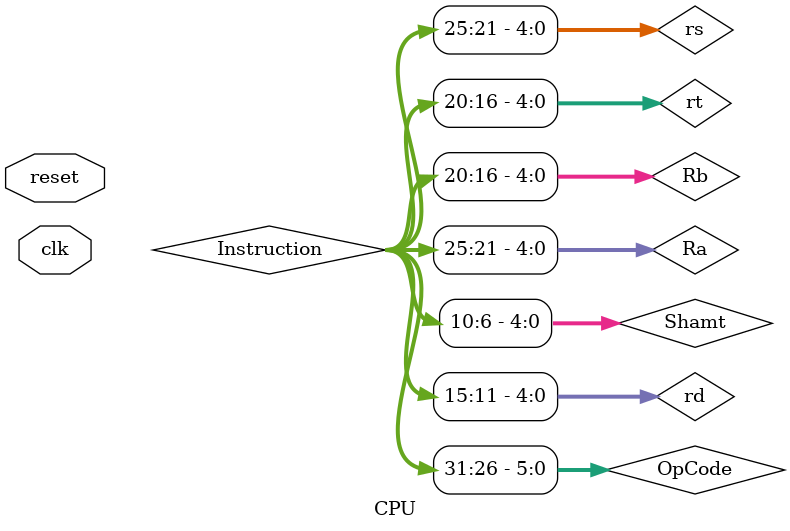
<source format=v>

module CPU(reset, clk);
	input reset, clk;
	
    //--------------Your code below-----------------------
wire [5:0]  OpCode;
reg [31:0] PC;
wire [31:0] Instruction;
wire [1:0] PCSrc;
wire [1:0] RegDst;
wire [1:0] MemtoReg;
wire Branch, RegWrite, MemRead, MemWrite, ALUSrc1, ALUSrc2, ExtOp, LuOp;
wire [5:0] Opcode;
wire [5:0] Funct;
wire [4:0] rs;
wire [4:0] rt;
wire [4:0] rd;
wire [4:0] Shamt;
wire [4:0] Ra;
wire [4:0] Rb;
reg [4:0] Rw;
reg [31:0] WriteData_RF;
wire [31:0] WriteData_DM;
wire [31:0] Address;
wire [31:0] Op1;
wire [31:0] Op2;
wire [4:0] ALUCtrl;
wire Sign;
wire [31:0] in1;
wire [31:0] in2;
wire [31:0] ALUOut;
reg [31:0] ExtOut;
wire [31:0] MemData;
wire zero;
InstructionMemory IM(PC, Instruction);
Control Ctrl(OpCode, Funct, PCSrc, Branch, RegWrite, RegDst, MemRead, MemWrite, MemtoReg, ALUSrc1, ALUSrc2, ExtOp, LuOp);
RegisterFile RF(reset, clk, RegWrite, Ra, Rb, Rw, WriteData_RF, Op1, Op2);
ALUController aluctrl(OpCode,Funct,ALUCtrl,Sign);
ALU alu(ALUCtrl,Sign,in1,in2,ALUOut,zero);
DataMemory DM(reset, clk, Address, WriteData_DM, MemData, MemRead, MemWrite);


assign OpCode=Instruction[31:26];
assign rs=Instruction[25:21];
assign rt=Instruction[20:16];
assign rd=Instruction[15:11];
assign Shamt=Instruction[10:6];
assign Funct=Instruction[5:0];
//Register File
assign Ra=rs;
assign Rb=rt;
//ALU
assign in1=(ALUSrc1==1'b1)?{27'b0,Shamt}:Op1;
assign in2=(ALUSrc2==1'b1)?ExtOut:Op2;
//DataMem
assign Address=ALUOut;
assign WriteData_DM=Op2;

always@(*)
begin
//Register File    
case(RegDst)
   2'b00: Rw=rt;
   2'b01: Rw=rd;
   2'b10: Rw=5'd31;  
endcase
case(MemtoReg)
   2'b00: WriteData_RF=ALUOut;
   2'b01: WriteData_RF=MemData;
   2'b10: WriteData_RF=PC+32'd4;  
endcase
//ImmExt
case({ExtOp,LuOp})
   2'b00: ExtOut={16'b0,rd,Shamt,Funct};
   2'b10: ExtOut={{16{rd[4]}},rd,Shamt,Funct};
   default: ExtOut={rd,Shamt,Funct,16'b0};
endcase
end

//PC
always@(posedge reset or posedge clk)
begin
if(reset)
  PC<=32'b0;
else begin
case(PCSrc[1])
1'b0:begin 
        case(zero&Branch)
        1'b0:PC<=PC+32'd4;
        1'b1:PC<=PC+32'd4+{ExtOut<<2};
        endcase
     end
1'b1:begin 
        case(PCSrc[0])
        1'b0:begin PC<=PC+32'd4;
        PC<={PC[31:28],{rs,rt,rd,Shamt,Funct}<<2};
        end
        1'b1:PC<=Op1;
        endcase
     end
endcase
end
end

    //--------------Your code above-----------------------

endmodule
	
</source>
